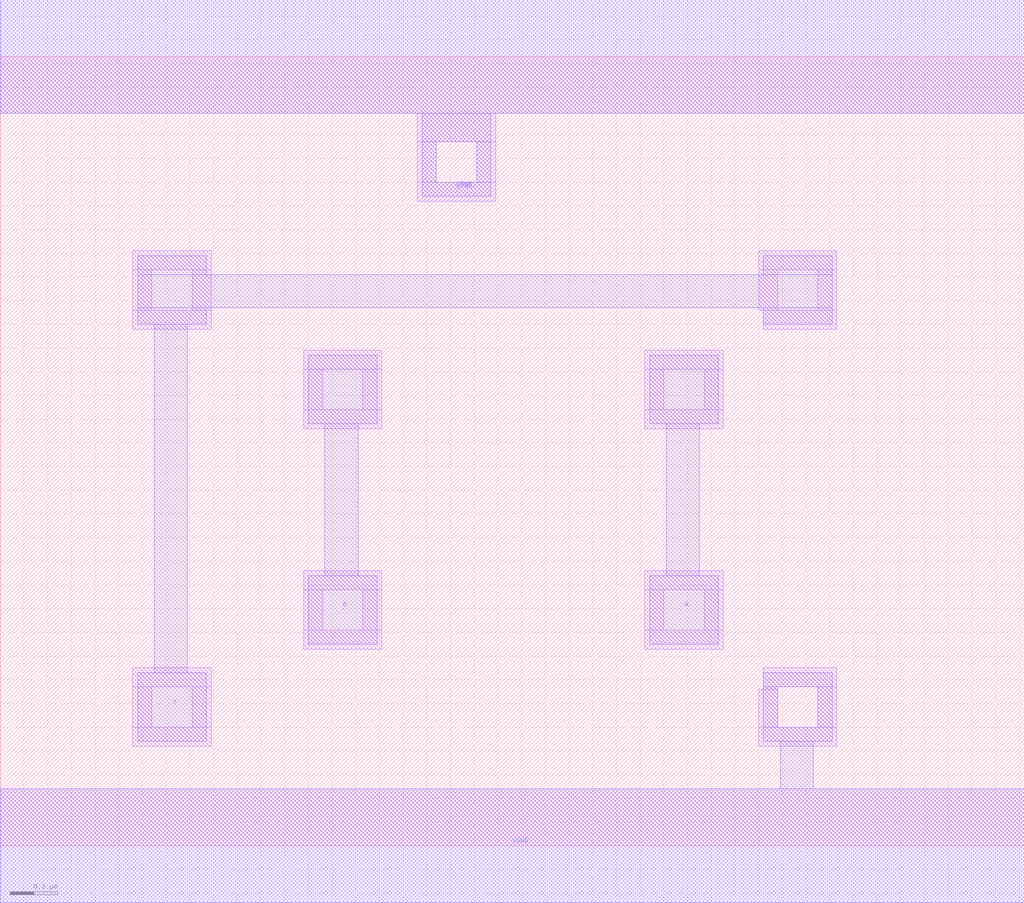
<source format=lef>
VERSION 5.7 ;
  NOWIREEXTENSIONATPIN ON ;
  DIVIDERCHAR "/" ;
  BUSBITCHARS "[]" ;
MACRO NAND2X1
  CLASS CORE ;
  FOREIGN NAND2X1 ;
  ORIGIN 0.000 0.000 ;
  SIZE 4.320 BY 3.330 ;
  SYMMETRY X Y R90 ;
  SITE unit ;
  PIN VPWR
    DIRECTION INOUT ;
    USE POWER ;
    SHAPE ABUTMENT ;
    PORT
      LAYER met1 ;
        RECT 0.000 3.090 4.320 3.570 ;
        RECT 1.780 2.970 2.070 3.090 ;
        RECT 1.780 2.800 1.840 2.970 ;
        RECT 2.010 2.800 2.070 2.970 ;
        RECT 1.780 2.740 2.070 2.800 ;
    END
    PORT
      LAYER li1 ;
        RECT 0.000 3.090 4.320 3.570 ;
        RECT 1.760 2.970 2.090 3.090 ;
        RECT 1.760 2.800 1.840 2.970 ;
        RECT 2.010 2.800 2.090 2.970 ;
        RECT 1.760 2.720 2.090 2.800 ;
    END
  END VPWR
  PIN VGND
    DIRECTION INOUT ;
    USE GROUND ;
    SHAPE ABUTMENT ;
    PORT
      LAYER met1 ;
        RECT 3.220 0.670 3.510 0.730 ;
        RECT 3.220 0.500 3.280 0.670 ;
        RECT 3.450 0.500 3.510 0.670 ;
        RECT 3.220 0.440 3.510 0.500 ;
        RECT 3.290 0.240 3.430 0.440 ;
        RECT 0.000 -0.240 4.320 0.240 ;
    END
    PORT
      LAYER li1 ;
        RECT 0.000 -0.240 4.320 0.240 ;
    END
  END VGND
  PIN Y
    DIRECTION INOUT ;
    USE SIGNAL ;
    SHAPE ABUTMENT ;
    PORT
      LAYER met1 ;
        RECT 0.580 2.410 0.870 2.490 ;
        RECT 3.220 2.410 3.510 2.490 ;
        RECT 0.580 2.270 3.510 2.410 ;
        RECT 0.580 2.200 0.870 2.270 ;
        RECT 3.220 2.200 3.510 2.270 ;
        RECT 0.650 0.730 0.790 2.200 ;
        RECT 0.580 0.440 0.870 0.730 ;
    END
  END Y
  PIN B
    DIRECTION INOUT ;
    USE SIGNAL ;
    SHAPE ABUTMENT ;
    PORT
      LAYER met1 ;
        RECT 1.300 1.780 1.590 2.070 ;
        RECT 1.370 1.140 1.510 1.780 ;
        RECT 1.300 0.850 1.590 1.140 ;
    END
  END B
  PIN A
    DIRECTION INOUT ;
    USE SIGNAL ;
    SHAPE ABUTMENT ;
    PORT
      LAYER met1 ;
        RECT 2.740 1.780 3.030 2.070 ;
        RECT 2.810 1.140 2.950 1.780 ;
        RECT 2.740 0.850 3.030 1.140 ;
    END
  END A
  OBS
      LAYER li1 ;
        RECT 0.560 2.430 0.890 2.510 ;
        RECT 0.560 2.260 0.640 2.430 ;
        RECT 0.810 2.260 0.890 2.430 ;
        RECT 3.200 2.430 3.530 2.510 ;
        RECT 3.200 2.260 3.280 2.430 ;
        RECT 3.450 2.260 3.530 2.430 ;
        RECT 0.560 2.180 0.890 2.260 ;
        RECT 3.220 2.180 3.530 2.260 ;
        RECT 1.280 2.010 1.610 2.090 ;
        RECT 1.280 1.840 1.360 2.010 ;
        RECT 1.530 1.840 1.610 2.010 ;
        RECT 1.280 1.760 1.610 1.840 ;
        RECT 2.720 2.010 3.050 2.090 ;
        RECT 2.720 1.840 2.800 2.010 ;
        RECT 2.970 1.840 3.050 2.010 ;
        RECT 2.720 1.760 3.050 1.840 ;
        RECT 1.280 1.080 1.610 1.160 ;
        RECT 1.280 0.910 1.360 1.080 ;
        RECT 1.530 0.910 1.610 1.080 ;
        RECT 1.280 0.830 1.610 0.910 ;
        RECT 2.720 1.080 3.050 1.160 ;
        RECT 2.720 0.910 2.800 1.080 ;
        RECT 2.970 0.910 3.050 1.080 ;
        RECT 2.720 0.830 3.050 0.910 ;
        RECT 0.560 0.670 0.890 0.750 ;
        RECT 0.560 0.500 0.640 0.670 ;
        RECT 0.810 0.500 0.890 0.670 ;
        RECT 3.220 0.670 3.530 0.750 ;
        RECT 3.220 0.660 3.280 0.670 ;
        RECT 0.560 0.420 0.890 0.500 ;
        RECT 3.200 0.500 3.280 0.660 ;
        RECT 3.450 0.500 3.530 0.670 ;
        RECT 3.200 0.420 3.530 0.500 ;
  END
END NAND2X1
END LIBRARY


</source>
